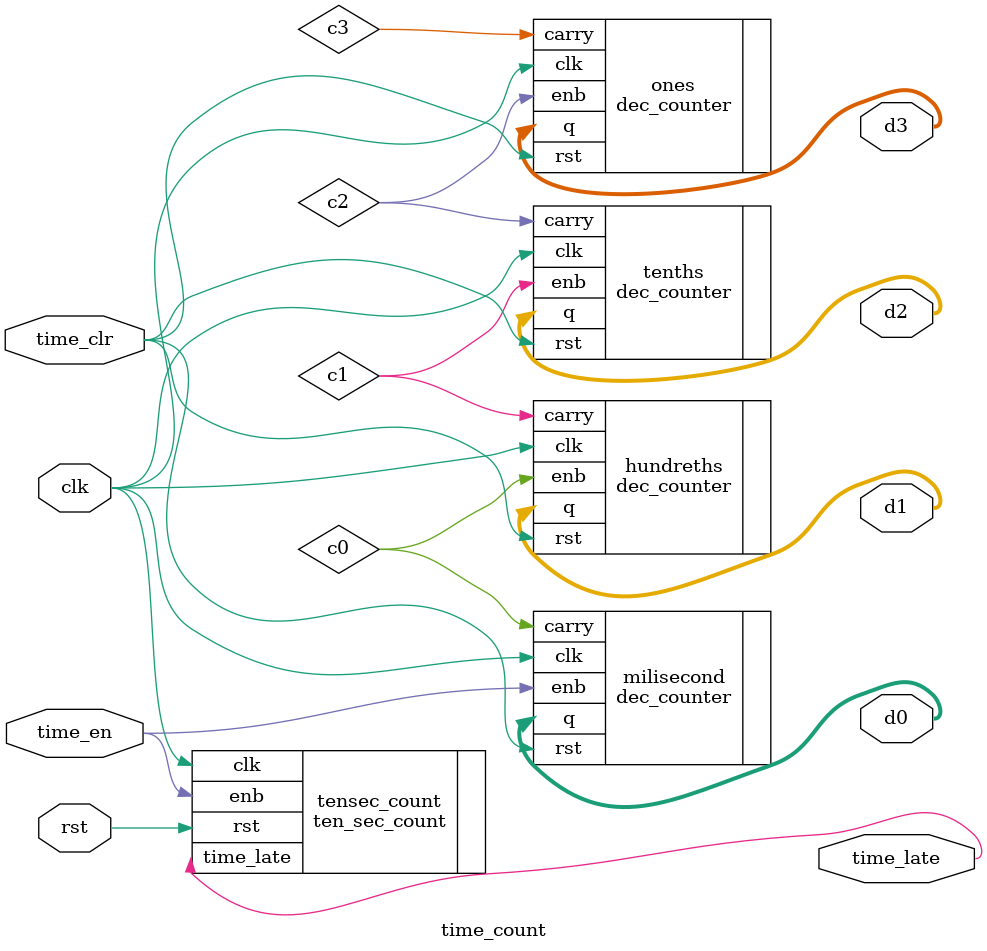
<source format=sv>
`timescale 1ns / 1ps


module time_count( input logic clk, time_clr, time_en,rst,
					output logic time_late, 
					output logic [3:0] d0,d1,d2,d3); 


// Logic Instantiations 
logic c0,c1,c2,c3 ; // Used for the carry of our counters
//logic [3:0] d; // The output of the millisecond conunter which is not used
logic q ; 

dec_counter milisecond(.clk(clk),.rst(time_clr),.enb(time_en),.q(d0), .carry(c0)) ;
dec_counter hundreths(.clk(clk), .rst(time_clr),.enb(c0) ,.q(d1), .carry(c1)) ;
dec_counter tenths(.clk(clk), .rst(time_clr), .enb(c1),.q(d2), .carry(c2)) ;
dec_counter ones(.clk(clk), .rst(time_clr), .enb(c2),.q(d3), .carry(c3)) ;


//assign time_late = (c3==1) ; 
   
ten_sec_count tensec_count(.clk(clk) , .enb(time_en),.rst(rst), .time_late(time_late));
 
endmodule 
</source>
